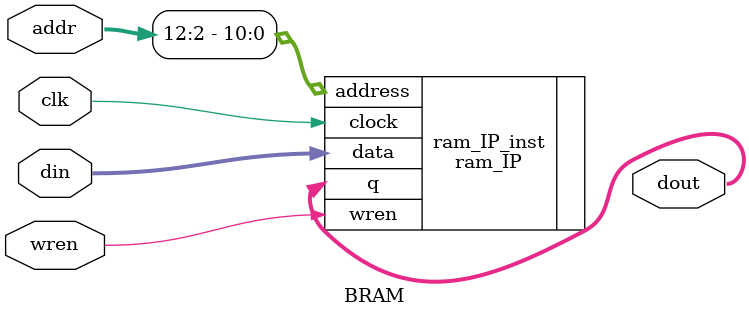
<source format=v>
module BRAM(
		input wire [31:0]addr,
		input wire [31:0]din,
		input wire clk,
		input wire wren,
		output wire [31:0] dout
	);

	ram_IP	ram_IP_inst (
		.address ( addr[12:2] ),
		.clock ( clk ),
		.data ( din ),
		.wren ( wren ),
		.q ( dout )
		);

endmodule
</source>
